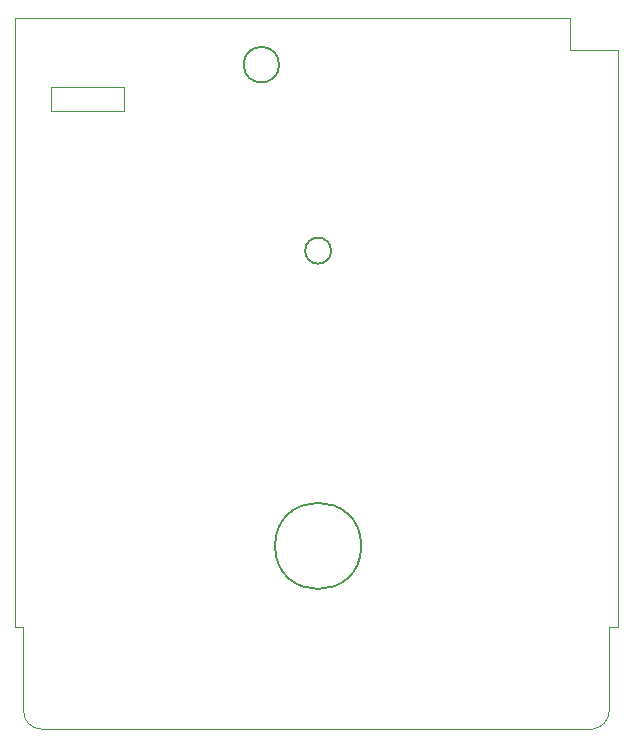
<source format=gbr>
G04 #@! TF.GenerationSoftware,KiCad,Pcbnew,(6.0.8)*
G04 #@! TF.CreationDate,2022-12-25T17:24:50-05:00*
G04 #@! TF.ProjectId,mbc30flash,6d626333-3066-46c6-9173-682e6b696361,rev?*
G04 #@! TF.SameCoordinates,Original*
G04 #@! TF.FileFunction,Profile,NP*
%FSLAX46Y46*%
G04 Gerber Fmt 4.6, Leading zero omitted, Abs format (unit mm)*
G04 Created by KiCad (PCBNEW (6.0.8)) date 2022-12-25 17:24:50*
%MOMM*%
%LPD*%
G01*
G04 APERTURE LIST*
G04 #@! TA.AperFunction,Profile*
%ADD10C,0.025400*%
G04 #@! TD*
G04 #@! TA.AperFunction,Profile*
%ADD11C,0.200000*%
G04 #@! TD*
G04 APERTURE END LIST*
D10*
X67901820Y-75602040D02*
X67901820Y-77708800D01*
X74124820Y-75602040D02*
X67901820Y-75602040D01*
X64906220Y-121402000D02*
X65606220Y-121402000D01*
X115906220Y-111705600D02*
X115906220Y-72502000D01*
X111856220Y-72502000D02*
X111856220Y-69802000D01*
X64906220Y-69802000D02*
X64906220Y-111705600D01*
X67146220Y-130002000D02*
X113776220Y-130002000D01*
X65606220Y-121402000D02*
X65606220Y-128442000D01*
X115206220Y-121402000D02*
X115906220Y-121402000D01*
X115206220Y-128362000D02*
X115206220Y-121402000D01*
X111856220Y-69802000D02*
X64906220Y-69802000D01*
X65606221Y-128442000D02*
G75*
G03*
X67146220Y-130002000I1524979J-34700D01*
G01*
X113776224Y-130002042D02*
G75*
G03*
X115206220Y-128362000I-150924J1575042D01*
G01*
X115906220Y-72502000D02*
X111856220Y-72502000D01*
X67901820Y-77708800D02*
X74124820Y-77708800D01*
X115906220Y-121402000D02*
X115906220Y-111705600D01*
X64906220Y-111705600D02*
X64906220Y-121402000D01*
D11*
X87249000Y-73750000D02*
G75*
G03*
X87249000Y-73750000I-1500000J0D01*
G01*
D10*
X74124820Y-75602040D02*
X74124820Y-77708800D01*
D11*
X91650000Y-89500000D02*
G75*
G03*
X91650000Y-89500000I-1100000J0D01*
G01*
X94200000Y-114500000D02*
G75*
G03*
X94200000Y-114500000I-3650000J0D01*
G01*
M02*

</source>
